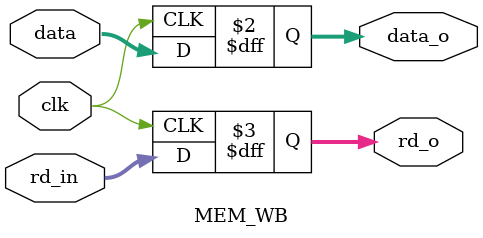
<source format=v>
module IF_ID(input clk,input [31:0] pc_in,instr_in,
output reg [31:0] pc_out,instr_out);
always @(posedge clk) begin
pc_out<=pc_in;
instr_out<=instr_in;
end
endmodule


module ID_EX(input clk,input [31:0] a,b,
input [4:0] rd_in,
output reg [31:0] a_o,b_o,
output reg [4:0] rd_o);
always @(posedge clk) begin
a_o<=a; b_o<=b; rd_o<=rd_in;
end
endmodule


module EX_MEM(input clk,input [31:0] alu,
input [4:0] rd_in,
output reg [31:0] alu_o,
output reg [4:0] rd_o);
always @(posedge clk) begin
alu_o<=alu; rd_o<=rd_in;
end
endmodule


module MEM_WB(input clk,input [31:0] data,
input [4:0] rd_in,
output reg [31:0] data_o,
output reg [4:0] rd_o);
always @(posedge clk) begin
data_o<=data; rd_o<=rd_in;
end
endmodule


</source>
